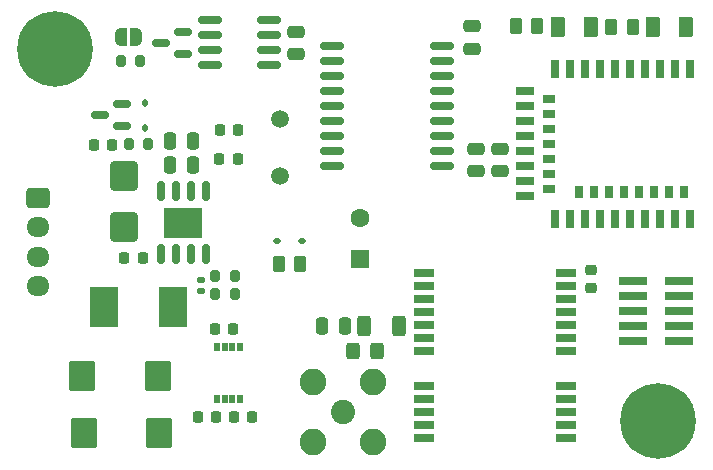
<source format=gbr>
%TF.GenerationSoftware,KiCad,Pcbnew,7.0.5-4d25ed1034~172~ubuntu23.04.1*%
%TF.CreationDate,2023-06-30T15:52:38+03:00*%
%TF.ProjectId,nrf52840_dev,6e726635-3238-4343-905f-6465762e6b69,rev?*%
%TF.SameCoordinates,Original*%
%TF.FileFunction,Soldermask,Top*%
%TF.FilePolarity,Negative*%
%FSLAX46Y46*%
G04 Gerber Fmt 4.6, Leading zero omitted, Abs format (unit mm)*
G04 Created by KiCad (PCBNEW 7.0.5-4d25ed1034~172~ubuntu23.04.1) date 2023-06-30 15:52:38*
%MOMM*%
%LPD*%
G01*
G04 APERTURE LIST*
G04 Aperture macros list*
%AMRoundRect*
0 Rectangle with rounded corners*
0 $1 Rounding radius*
0 $2 $3 $4 $5 $6 $7 $8 $9 X,Y pos of 4 corners*
0 Add a 4 corners polygon primitive as box body*
4,1,4,$2,$3,$4,$5,$6,$7,$8,$9,$2,$3,0*
0 Add four circle primitives for the rounded corners*
1,1,$1+$1,$2,$3*
1,1,$1+$1,$4,$5*
1,1,$1+$1,$6,$7*
1,1,$1+$1,$8,$9*
0 Add four rect primitives between the rounded corners*
20,1,$1+$1,$2,$3,$4,$5,0*
20,1,$1+$1,$4,$5,$6,$7,0*
20,1,$1+$1,$6,$7,$8,$9,0*
20,1,$1+$1,$8,$9,$2,$3,0*%
%AMFreePoly0*
4,1,19,0.500000,-0.750000,0.000000,-0.750000,0.000000,-0.744911,-0.071157,-0.744911,-0.207708,-0.704816,-0.327430,-0.627875,-0.420627,-0.520320,-0.479746,-0.390866,-0.500000,-0.250000,-0.500000,0.250000,-0.479746,0.390866,-0.420627,0.520320,-0.327430,0.627875,-0.207708,0.704816,-0.071157,0.744911,0.000000,0.744911,0.000000,0.750000,0.500000,0.750000,0.500000,-0.750000,0.500000,-0.750000,
$1*%
%AMFreePoly1*
4,1,19,0.000000,0.744911,0.071157,0.744911,0.207708,0.704816,0.327430,0.627875,0.420627,0.520320,0.479746,0.390866,0.500000,0.250000,0.500000,-0.250000,0.479746,-0.390866,0.420627,-0.520320,0.327430,-0.627875,0.207708,-0.704816,0.071157,-0.744911,0.000000,-0.744911,0.000000,-0.750000,-0.500000,-0.750000,-0.500000,0.750000,0.000000,0.750000,0.000000,0.744911,0.000000,0.744911,
$1*%
G04 Aperture macros list end*
%ADD10C,0.800000*%
%ADD11C,6.400000*%
%ADD12RoundRect,0.250000X-0.475000X0.250000X-0.475000X-0.250000X0.475000X-0.250000X0.475000X0.250000X0*%
%ADD13RoundRect,0.225000X0.225000X0.250000X-0.225000X0.250000X-0.225000X-0.250000X0.225000X-0.250000X0*%
%ADD14C,2.050000*%
%ADD15C,2.250000*%
%ADD16R,0.800000X1.500000*%
%ADD17R,1.500000X0.800000*%
%ADD18R,1.000000X0.650000*%
%ADD19R,0.650000X1.000000*%
%ADD20RoundRect,0.250000X-0.375000X-0.625000X0.375000X-0.625000X0.375000X0.625000X-0.375000X0.625000X0*%
%ADD21RoundRect,0.200000X-0.200000X-0.275000X0.200000X-0.275000X0.200000X0.275000X-0.200000X0.275000X0*%
%ADD22R,0.480000X0.800000*%
%ADD23FreePoly0,180.000000*%
%ADD24FreePoly1,180.000000*%
%ADD25R,2.400000X0.740000*%
%ADD26RoundRect,0.250000X-0.312500X-0.625000X0.312500X-0.625000X0.312500X0.625000X-0.312500X0.625000X0*%
%ADD27C,1.500000*%
%ADD28RoundRect,0.150000X0.150000X-0.662500X0.150000X0.662500X-0.150000X0.662500X-0.150000X-0.662500X0*%
%ADD29R,3.200000X2.514000*%
%ADD30RoundRect,0.112500X0.187500X0.112500X-0.187500X0.112500X-0.187500X-0.112500X0.187500X-0.112500X0*%
%ADD31RoundRect,0.250000X0.875000X1.025000X-0.875000X1.025000X-0.875000X-1.025000X0.875000X-1.025000X0*%
%ADD32RoundRect,0.225000X0.250000X-0.225000X0.250000X0.225000X-0.250000X0.225000X-0.250000X-0.225000X0*%
%ADD33RoundRect,0.250000X-0.325000X-0.450000X0.325000X-0.450000X0.325000X0.450000X-0.325000X0.450000X0*%
%ADD34RoundRect,0.250000X-0.250000X-0.475000X0.250000X-0.475000X0.250000X0.475000X-0.250000X0.475000X0*%
%ADD35RoundRect,0.250000X-0.725000X0.600000X-0.725000X-0.600000X0.725000X-0.600000X0.725000X0.600000X0*%
%ADD36O,1.950000X1.700000*%
%ADD37RoundRect,0.150000X0.825000X0.150000X-0.825000X0.150000X-0.825000X-0.150000X0.825000X-0.150000X0*%
%ADD38RoundRect,0.250000X0.250000X0.475000X-0.250000X0.475000X-0.250000X-0.475000X0.250000X-0.475000X0*%
%ADD39RoundRect,0.250000X0.262500X0.450000X-0.262500X0.450000X-0.262500X-0.450000X0.262500X-0.450000X0*%
%ADD40R,2.413000X3.429000*%
%ADD41RoundRect,0.150000X0.587500X0.150000X-0.587500X0.150000X-0.587500X-0.150000X0.587500X-0.150000X0*%
%ADD42RoundRect,0.112500X-0.112500X0.187500X-0.112500X-0.187500X0.112500X-0.187500X0.112500X0.187500X0*%
%ADD43RoundRect,0.140000X0.170000X-0.140000X0.170000X0.140000X-0.170000X0.140000X-0.170000X-0.140000X0*%
%ADD44R,1.600000X1.600000*%
%ADD45C,1.600000*%
%ADD46RoundRect,0.250000X-0.900000X1.000000X-0.900000X-1.000000X0.900000X-1.000000X0.900000X1.000000X0*%
%ADD47RoundRect,0.150000X-0.875000X-0.150000X0.875000X-0.150000X0.875000X0.150000X-0.875000X0.150000X0*%
%ADD48RoundRect,0.250000X0.475000X-0.250000X0.475000X0.250000X-0.475000X0.250000X-0.475000X-0.250000X0*%
%ADD49RoundRect,0.225000X-0.225000X-0.250000X0.225000X-0.250000X0.225000X0.250000X-0.225000X0.250000X0*%
%ADD50R,1.800000X0.750000*%
G04 APERTURE END LIST*
D10*
%TO.C,H1*%
X121550000Y-83410000D03*
X122252944Y-81712944D03*
X122252944Y-85107056D03*
X123950000Y-81010000D03*
D11*
X123950000Y-83410000D03*
D10*
X123950000Y-85810000D03*
X125647056Y-81712944D03*
X125647056Y-85107056D03*
X126350000Y-83410000D03*
%TD*%
D12*
%TO.C,C2*%
X161670000Y-91850000D03*
X161670000Y-93750000D03*
%TD*%
D13*
%TO.C,C3*%
X139435000Y-92740000D03*
X137885000Y-92740000D03*
%TD*%
D14*
%TO.C,J2*%
X148380000Y-114170000D03*
D15*
X150920000Y-116710000D03*
X150920000Y-111630000D03*
X145840000Y-116710000D03*
X145840000Y-111630000D03*
%TD*%
D16*
%TO.C,U1*%
X177695000Y-85111000D03*
X176425000Y-85111000D03*
X175155000Y-85111000D03*
X173885000Y-85111000D03*
X172615000Y-85111000D03*
X171345000Y-85111000D03*
X170075000Y-85111000D03*
X168805000Y-85111000D03*
X167535000Y-85111000D03*
X166265000Y-85111000D03*
D17*
X163796000Y-87010000D03*
D18*
X165757000Y-87647000D03*
D17*
X163796000Y-88280000D03*
D18*
X165757000Y-88917000D03*
D17*
X163796000Y-89550000D03*
D18*
X165757000Y-90187000D03*
D17*
X163796000Y-90820000D03*
D18*
X165757000Y-91457000D03*
D17*
X163796000Y-92090000D03*
D18*
X165757000Y-92727000D03*
D17*
X163796000Y-93360000D03*
D18*
X165757000Y-93997000D03*
D17*
X163796000Y-94630000D03*
D18*
X165757000Y-95267000D03*
D17*
X163796000Y-95900000D03*
D16*
X166265000Y-97849000D03*
X167535000Y-97849000D03*
D19*
X168297000Y-95521000D03*
D16*
X168805000Y-97849000D03*
D19*
X169567000Y-95521000D03*
D16*
X170075000Y-97849000D03*
D19*
X170837000Y-95521000D03*
D16*
X171345000Y-97849000D03*
D19*
X172107000Y-95521000D03*
D16*
X172615000Y-97849000D03*
D19*
X173377000Y-95521000D03*
D16*
X173885000Y-97849000D03*
D19*
X174647000Y-95521000D03*
D16*
X175155000Y-97849000D03*
D19*
X175917000Y-95521000D03*
D16*
X176425000Y-97849000D03*
D19*
X177187000Y-95521000D03*
D16*
X177695000Y-97849000D03*
%TD*%
D20*
%TO.C,D1*%
X166550000Y-81530000D03*
X169350000Y-81530000D03*
%TD*%
D13*
%TO.C,C20*%
X137605000Y-114580000D03*
X136055000Y-114580000D03*
%TD*%
D20*
%TO.C,D2*%
X174600000Y-81550000D03*
X177400000Y-81550000D03*
%TD*%
D21*
%TO.C,R3*%
X129540000Y-84460000D03*
X131190000Y-84460000D03*
%TD*%
D22*
%TO.C,U4*%
X139625000Y-108645000D03*
X138975000Y-108645000D03*
X138325000Y-108645000D03*
X137675000Y-108645000D03*
X137675000Y-113095000D03*
X138325000Y-113095000D03*
X138975000Y-113095000D03*
X139625000Y-113095000D03*
%TD*%
D23*
%TO.C,JP1*%
X130840000Y-82410000D03*
D24*
X129540000Y-82410000D03*
%TD*%
D25*
%TO.C,J3*%
X172880000Y-103040000D03*
X176780000Y-103040000D03*
X172880000Y-104310000D03*
X176780000Y-104310000D03*
X172880000Y-105580000D03*
X176780000Y-105580000D03*
X172880000Y-106850000D03*
X176780000Y-106850000D03*
X172880000Y-108120000D03*
X176780000Y-108120000D03*
%TD*%
D26*
%TO.C,R40*%
X150147500Y-106850000D03*
X153072500Y-106850000D03*
%TD*%
D27*
%TO.C,Y1*%
X143010000Y-94190000D03*
X143010000Y-89310000D03*
%TD*%
D28*
%TO.C,U3*%
X132922500Y-100750000D03*
X134192500Y-100750000D03*
X135462500Y-100750000D03*
X136732500Y-100750000D03*
X136732500Y-95475000D03*
X135462500Y-95475000D03*
X134192500Y-95475000D03*
X132922500Y-95475000D03*
D29*
X134827500Y-98112500D03*
%TD*%
D21*
%TO.C,R28*%
X137525000Y-104180000D03*
X139175000Y-104180000D03*
%TD*%
D13*
%TO.C,C14*%
X131397500Y-101090000D03*
X129847500Y-101090000D03*
%TD*%
D30*
%TO.C,D4*%
X144850000Y-99655000D03*
X142750000Y-99655000D03*
%TD*%
D13*
%TO.C,C4*%
X139455000Y-90240000D03*
X137905000Y-90240000D03*
%TD*%
D12*
%TO.C,C6*%
X144370000Y-81950000D03*
X144370000Y-83850000D03*
%TD*%
D31*
%TO.C,C16*%
X132690000Y-111090000D03*
X126290000Y-111090000D03*
%TD*%
D32*
%TO.C,C49*%
X169350000Y-103670000D03*
X169350000Y-102120000D03*
%TD*%
D13*
%TO.C,C11*%
X128810000Y-91510000D03*
X127260000Y-91510000D03*
%TD*%
D33*
%TO.C,L2*%
X149205000Y-108970000D03*
X151255000Y-108970000D03*
%TD*%
D34*
%TO.C,C12*%
X133722500Y-91230000D03*
X135622500Y-91230000D03*
%TD*%
D35*
%TO.C,J1*%
X122520000Y-96020000D03*
D36*
X122520000Y-98520000D03*
X122520000Y-101020000D03*
X122520000Y-103520000D03*
%TD*%
D37*
%TO.C,U5*%
X142070000Y-84800000D03*
X142070000Y-83530000D03*
X142070000Y-82260000D03*
X142070000Y-80990000D03*
X137120000Y-80990000D03*
X137120000Y-82260000D03*
X137120000Y-83530000D03*
X137120000Y-84800000D03*
%TD*%
D10*
%TO.C,H2*%
X172652944Y-114917056D03*
X173355888Y-113220000D03*
X173355888Y-116614112D03*
X175052944Y-112517056D03*
D11*
X175052944Y-114917056D03*
D10*
X175052944Y-117317056D03*
X176750000Y-113220000D03*
X176750000Y-116614112D03*
X177452944Y-114917056D03*
%TD*%
D38*
%TO.C,C40*%
X148500000Y-106910000D03*
X146600000Y-106910000D03*
%TD*%
D12*
%TO.C,C1*%
X159650000Y-91850000D03*
X159650000Y-93750000D03*
%TD*%
D39*
%TO.C,R4*%
X144725000Y-101625000D03*
X142900000Y-101625000D03*
%TD*%
D40*
%TO.C,L1*%
X128105000Y-105280000D03*
X133940000Y-105280000D03*
%TD*%
D39*
%TO.C,R2*%
X172892500Y-81550000D03*
X171067500Y-81550000D03*
%TD*%
D41*
%TO.C,D3*%
X134790000Y-83840000D03*
X134790000Y-81940000D03*
X132915000Y-82890000D03*
%TD*%
D21*
%TO.C,R29*%
X137535000Y-102630000D03*
X139185000Y-102630000D03*
%TD*%
D39*
%TO.C,R1*%
X164782500Y-81440000D03*
X162957500Y-81440000D03*
%TD*%
D42*
%TO.C,D18*%
X131620000Y-87970000D03*
X131620000Y-90070000D03*
%TD*%
D43*
%TO.C,C15*%
X136340000Y-103920000D03*
X136340000Y-102960000D03*
%TD*%
D31*
%TO.C,C17*%
X132790000Y-115950000D03*
X126390000Y-115950000D03*
%TD*%
D34*
%TO.C,C13*%
X133722500Y-93260000D03*
X135622500Y-93260000D03*
%TD*%
D44*
%TO.C,C7*%
X149830000Y-101222651D03*
D45*
X149830000Y-97722651D03*
%TD*%
D46*
%TO.C,D19*%
X129772500Y-94190000D03*
X129772500Y-98490000D03*
%TD*%
D21*
%TO.C,R27*%
X130210000Y-91470000D03*
X131860000Y-91470000D03*
%TD*%
D47*
%TO.C,U2*%
X147440000Y-83190000D03*
X147440000Y-84460000D03*
X147440000Y-85730000D03*
X147440000Y-87000000D03*
X147440000Y-88270000D03*
X147440000Y-89540000D03*
X147440000Y-90810000D03*
X147440000Y-92080000D03*
X147440000Y-93350000D03*
X156740000Y-93350000D03*
X156740000Y-92080000D03*
X156740000Y-90810000D03*
X156740000Y-89540000D03*
X156740000Y-88270000D03*
X156740000Y-87000000D03*
X156740000Y-85730000D03*
X156740000Y-84460000D03*
X156740000Y-83190000D03*
%TD*%
D48*
%TO.C,C5*%
X159300000Y-83410000D03*
X159300000Y-81510000D03*
%TD*%
D49*
%TO.C,C19*%
X139125000Y-114570000D03*
X140675000Y-114570000D03*
%TD*%
D41*
%TO.C,Q5*%
X129615000Y-89960000D03*
X129615000Y-88060000D03*
X127740000Y-89010000D03*
%TD*%
D13*
%TO.C,C18*%
X139065000Y-107110000D03*
X137515000Y-107110000D03*
%TD*%
D50*
%TO.C,U17*%
X155250000Y-102380000D03*
X155250000Y-103480000D03*
X155250000Y-104580000D03*
X155250000Y-105680000D03*
X155250000Y-106780000D03*
X155250000Y-107880000D03*
X155250000Y-108980000D03*
X155250000Y-111980000D03*
X155250000Y-113080000D03*
X155250000Y-114180000D03*
X155250000Y-115280000D03*
X155250000Y-116380000D03*
X167250000Y-116380000D03*
X167250000Y-115280000D03*
X167250000Y-114180000D03*
X167250000Y-113080000D03*
X167250000Y-111980000D03*
X167250000Y-108980000D03*
X167250000Y-107880000D03*
X167250000Y-106780000D03*
X167250000Y-105680000D03*
X167250000Y-104580000D03*
X167250000Y-103480000D03*
X167250000Y-102380000D03*
%TD*%
M02*

</source>
